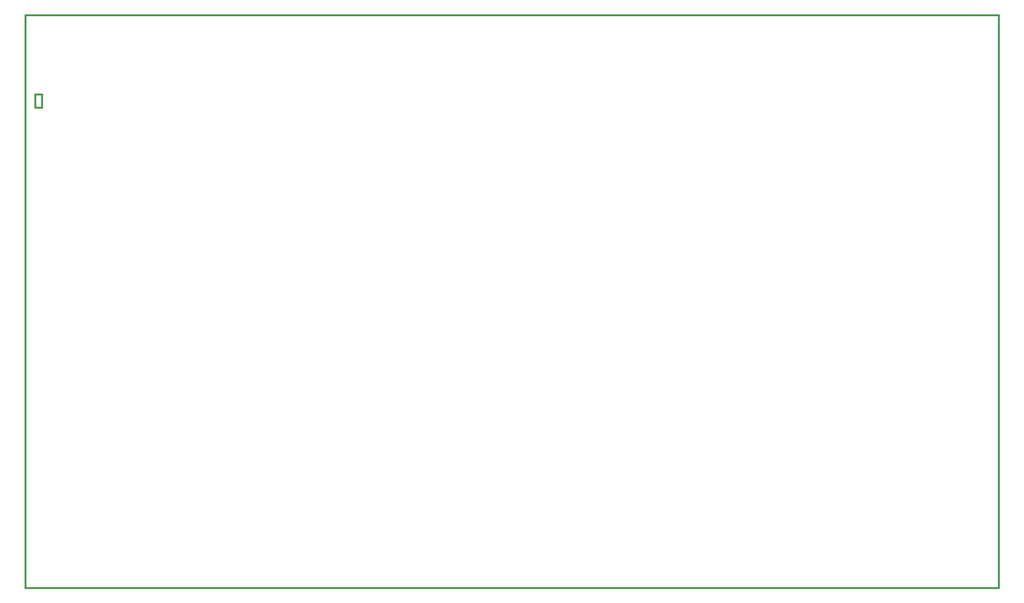
<source format=gko>
%FSLAX33Y33*%
%MOMM*%
%ADD10C,0.381*%
D10*
%LNpath-145*%
G01*
X0Y0D02*
X218200Y0D01*
X218200Y128500*
X0Y128500*
X0Y0*
X2250Y107719D02*
X3750Y107719D01*
X3750Y110719*
X2250Y110719*
X2250Y107719*
%LNmechanical details_traces*%
M02*
</source>
